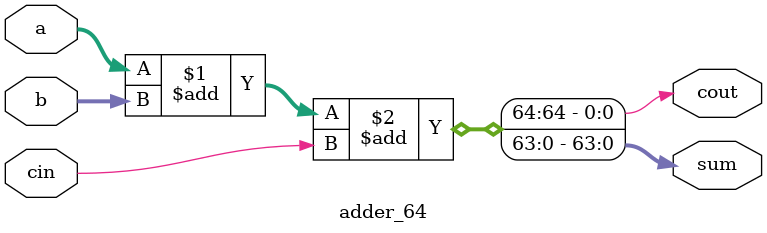
<source format=v>

module adder_64 (
    cout,
    sum,
    a,
    b,
    cin
);
  parameter size = 64;  /* declare a parameter. default required */
  output cout;
  output [size-1:0] sum;  // sum uses the size parameter
  input cin;
  input [size-1:0] a, b;  // 'a' and 'b' use the size parameter

  assign {cout, sum} = a + b + cin;

endmodule

</source>
